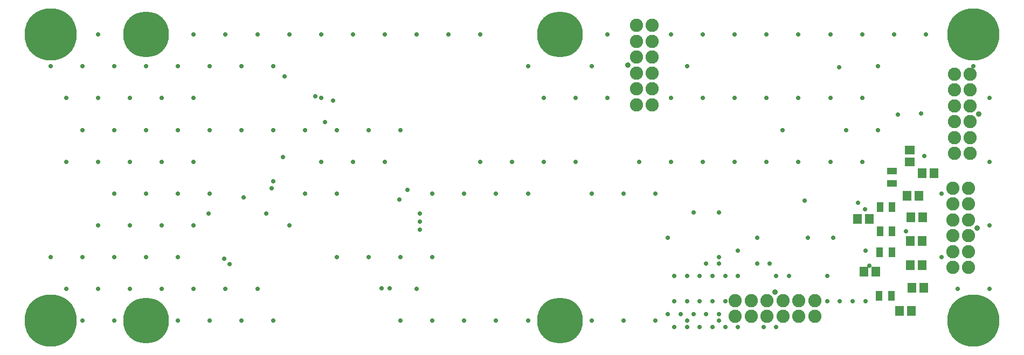
<source format=gbs>
G04*
G04 #@! TF.GenerationSoftware,Altium Limited,Altium Designer,24.0.1 (36)*
G04*
G04 Layer_Color=16711935*
%FSLAX44Y44*%
%MOMM*%
G71*
G04*
G04 #@! TF.SameCoordinates,0FB82E01-D644-434E-A1D8-1B95A2BBF3EB*
G04*
G04*
G04 #@! TF.FilePolarity,Negative*
G04*
G01*
G75*
%ADD23R,1.5032X1.1032*%
%ADD24R,1.1032X1.5032*%
%ADD28R,1.3532X1.5532*%
%ADD29R,1.5532X1.3532*%
%ADD32C,2.0782*%
%ADD33C,7.2032*%
%ADD34C,8.2032*%
%ADD35C,0.8782*%
%ADD36C,0.7032*%
%ADD37C,0.9032*%
D23*
X1371600Y266090D02*
D03*
Y285090D02*
D03*
D24*
X1351940Y88900D02*
D03*
X1370940D02*
D03*
X1353210Y228600D02*
D03*
X1372210D02*
D03*
X1352600Y157480D02*
D03*
X1371600D02*
D03*
X1353210Y190500D02*
D03*
X1372210D02*
D03*
D28*
X1317900Y209550D02*
D03*
X1336400D02*
D03*
X1401720Y212090D02*
D03*
X1420220D02*
D03*
X1400450Y175260D02*
D03*
X1418950D02*
D03*
X1413870Y246380D02*
D03*
X1395370D02*
D03*
X1328060Y127000D02*
D03*
X1346560D02*
D03*
X1400450Y137160D02*
D03*
X1418950D02*
D03*
X1402990Y101600D02*
D03*
X1421490D02*
D03*
X1383940Y64770D02*
D03*
X1402440D02*
D03*
X1419500Y281940D02*
D03*
X1438000D02*
D03*
D29*
X1399540Y317860D02*
D03*
Y299360D02*
D03*
D32*
X1175620Y56500D02*
D03*
X970280Y439420D02*
D03*
X1494790Y437820D02*
D03*
X1469790D02*
D03*
Y412820D02*
D03*
Y387820D02*
D03*
Y362820D02*
D03*
Y337820D02*
D03*
Y312820D02*
D03*
X1494790Y412820D02*
D03*
Y387820D02*
D03*
Y362820D02*
D03*
Y337820D02*
D03*
Y312820D02*
D03*
X1467250Y258280D02*
D03*
Y233280D02*
D03*
Y208280D02*
D03*
Y183280D02*
D03*
Y158280D02*
D03*
Y133280D02*
D03*
X1492250Y258280D02*
D03*
Y233280D02*
D03*
Y208280D02*
D03*
Y183280D02*
D03*
Y158280D02*
D03*
Y133280D02*
D03*
X1125620Y56500D02*
D03*
X1150620D02*
D03*
X1200620D02*
D03*
X1225620D02*
D03*
X1250620D02*
D03*
X1125620Y81500D02*
D03*
X1150620D02*
D03*
X1175620D02*
D03*
X1200620D02*
D03*
X1225620D02*
D03*
X1250620D02*
D03*
X995280Y389420D02*
D03*
Y414420D02*
D03*
Y439420D02*
D03*
Y464420D02*
D03*
Y489420D02*
D03*
Y514420D02*
D03*
X970280Y389420D02*
D03*
Y414420D02*
D03*
Y464420D02*
D03*
Y489420D02*
D03*
Y514420D02*
D03*
D33*
X200000Y500000D02*
D03*
X850000D02*
D03*
Y50000D02*
D03*
X200000D02*
D03*
D34*
X1500000Y500000D02*
D03*
X50000D02*
D03*
X1500000Y50000D02*
D03*
X50000D02*
D03*
D35*
X1508190Y375320D02*
D03*
X1505650Y195780D02*
D03*
X1188120Y94900D02*
D03*
X956880Y451920D02*
D03*
D36*
X1500000Y450000D02*
D03*
X1525000Y400000D02*
D03*
Y300000D02*
D03*
Y200000D02*
D03*
Y100000D02*
D03*
X1450000Y250000D02*
D03*
Y150000D02*
D03*
X1475000Y100000D02*
D03*
X1425000Y500000D02*
D03*
X1375000D02*
D03*
X1350000Y450000D02*
D03*
Y350000D02*
D03*
X1325000Y500000D02*
D03*
Y400000D02*
D03*
X1300000Y350000D02*
D03*
X1325000Y300000D02*
D03*
X1275000Y500000D02*
D03*
Y400000D02*
D03*
Y300000D02*
D03*
X1225000Y500000D02*
D03*
Y400000D02*
D03*
X1200000Y350000D02*
D03*
X1225000Y300000D02*
D03*
X1175000Y500000D02*
D03*
Y400000D02*
D03*
Y300000D02*
D03*
X1125000Y500000D02*
D03*
Y400000D02*
D03*
Y300000D02*
D03*
X1100000Y150000D02*
D03*
Y50000D02*
D03*
X1075000Y500000D02*
D03*
X1050000Y450000D02*
D03*
X1075000Y400000D02*
D03*
Y300000D02*
D03*
X1050000Y50000D02*
D03*
X1025000Y500000D02*
D03*
Y400000D02*
D03*
Y300000D02*
D03*
X1000000Y250000D02*
D03*
Y50000D02*
D03*
X975000Y300000D02*
D03*
X950000Y250000D02*
D03*
Y50000D02*
D03*
X925000Y500000D02*
D03*
X900000Y450000D02*
D03*
X925000Y400000D02*
D03*
X900000Y250000D02*
D03*
Y50000D02*
D03*
X875000Y400000D02*
D03*
Y300000D02*
D03*
X800000Y450000D02*
D03*
X825000Y400000D02*
D03*
Y300000D02*
D03*
X800000Y250000D02*
D03*
Y50000D02*
D03*
X775000Y300000D02*
D03*
X750000Y250000D02*
D03*
Y50000D02*
D03*
X725000Y500000D02*
D03*
Y300000D02*
D03*
X700000Y250000D02*
D03*
Y50000D02*
D03*
X675000Y500000D02*
D03*
X650000Y250000D02*
D03*
Y150000D02*
D03*
Y50000D02*
D03*
X625000Y500000D02*
D03*
X600000Y350000D02*
D03*
Y150000D02*
D03*
X625000Y100000D02*
D03*
X600000Y50000D02*
D03*
X575000Y500000D02*
D03*
X550000Y350000D02*
D03*
X575000Y300000D02*
D03*
X550000Y150000D02*
D03*
X525000Y500000D02*
D03*
X500000Y350000D02*
D03*
X525000Y300000D02*
D03*
X500000Y250000D02*
D03*
Y150000D02*
D03*
X475000Y500000D02*
D03*
Y400000D02*
D03*
X450000Y350000D02*
D03*
X475000Y300000D02*
D03*
X450000Y250000D02*
D03*
X425000Y500000D02*
D03*
X400000Y450000D02*
D03*
Y350000D02*
D03*
X425000Y200000D02*
D03*
X400000Y50000D02*
D03*
X375000Y500000D02*
D03*
X350000Y450000D02*
D03*
Y350000D02*
D03*
X375000Y100000D02*
D03*
X350000Y50000D02*
D03*
X325000Y500000D02*
D03*
X300000Y450000D02*
D03*
Y350000D02*
D03*
Y250000D02*
D03*
X325000Y100000D02*
D03*
X300000Y50000D02*
D03*
X275000Y500000D02*
D03*
X250000Y450000D02*
D03*
X275000Y400000D02*
D03*
X250000Y350000D02*
D03*
X275000Y300000D02*
D03*
X250000Y250000D02*
D03*
X275000Y200000D02*
D03*
X250000Y150000D02*
D03*
X275000Y100000D02*
D03*
X250000Y50000D02*
D03*
X200000Y450000D02*
D03*
X225000Y400000D02*
D03*
X200000Y350000D02*
D03*
X225000Y300000D02*
D03*
X200000Y250000D02*
D03*
X225000Y200000D02*
D03*
X200000Y150000D02*
D03*
X225000Y100000D02*
D03*
X150000Y450000D02*
D03*
X175000Y400000D02*
D03*
X150000Y350000D02*
D03*
X175000Y300000D02*
D03*
X150000Y250000D02*
D03*
X175000Y200000D02*
D03*
X150000Y150000D02*
D03*
X175000Y100000D02*
D03*
X150000Y50000D02*
D03*
X125000Y500000D02*
D03*
X100000Y450000D02*
D03*
X125000Y400000D02*
D03*
X100000Y350000D02*
D03*
X125000Y300000D02*
D03*
Y200000D02*
D03*
X100000Y150000D02*
D03*
X125000Y100000D02*
D03*
X100000Y50000D02*
D03*
X50000Y450000D02*
D03*
X75000Y400000D02*
D03*
Y300000D02*
D03*
X50000Y150000D02*
D03*
X75000Y100000D02*
D03*
X1234440Y238760D02*
D03*
X1318260Y234950D02*
D03*
X1422400Y308610D02*
D03*
X1417320Y375920D02*
D03*
X1330001Y160000D02*
D03*
Y80000D02*
D03*
X1310001D02*
D03*
X1280001Y180000D02*
D03*
X1290001Y80000D02*
D03*
X1270001Y120000D02*
D03*
Y80000D02*
D03*
X1240001Y180000D02*
D03*
X1210001Y120000D02*
D03*
X1180001Y140000D02*
D03*
X1190001Y120000D02*
D03*
Y40000D02*
D03*
X1160001Y180000D02*
D03*
Y140000D02*
D03*
X1170001Y40000D02*
D03*
X1130001Y160000D02*
D03*
Y120000D02*
D03*
Y40000D02*
D03*
X1100001Y220000D02*
D03*
Y140000D02*
D03*
X1110001Y120000D02*
D03*
Y80000D02*
D03*
X1100001Y60000D02*
D03*
X1110001Y40000D02*
D03*
X1080001Y140000D02*
D03*
X1090001Y120000D02*
D03*
Y80000D02*
D03*
X1080001Y60000D02*
D03*
X1090001Y40000D02*
D03*
X1060001Y220000D02*
D03*
X1070001Y120000D02*
D03*
Y80000D02*
D03*
X1060001Y60000D02*
D03*
X1070001Y40000D02*
D03*
X1050001Y120000D02*
D03*
Y80000D02*
D03*
X1040001Y60000D02*
D03*
X1050001Y40000D02*
D03*
X1020001Y180000D02*
D03*
X1030001Y120000D02*
D03*
Y80000D02*
D03*
X1020001Y60000D02*
D03*
X1030001Y40000D02*
D03*
X1329870Y224790D02*
D03*
X1336040Y135890D02*
D03*
X466090Y402590D02*
D03*
X1394180Y190220D02*
D03*
X1381400Y373740D02*
D03*
X1289050Y448670D02*
D03*
X417830Y434340D02*
D03*
X331470Y138430D02*
D03*
X298260Y218250D02*
D03*
X629920Y218440D02*
D03*
X388967Y218134D02*
D03*
X322580Y147320D02*
D03*
X629920Y205740D02*
D03*
Y193040D02*
D03*
X610870Y255270D02*
D03*
X598170Y240030D02*
D03*
X582930Y100330D02*
D03*
X569850Y100500D02*
D03*
X481330Y361950D02*
D03*
X494030Y396240D02*
D03*
X415290Y307340D02*
D03*
X397510Y257810D02*
D03*
X400050Y269240D02*
D03*
X353060Y243840D02*
D03*
D37*
X220000Y480000D02*
D03*
X172500Y500000D02*
D03*
X227500D02*
D03*
X180000Y520000D02*
D03*
X220000D02*
D03*
X200000Y527500D02*
D03*
Y472500D02*
D03*
X180000Y480000D02*
D03*
X850000Y472500D02*
D03*
X830000Y480000D02*
D03*
X870000D02*
D03*
X822500Y500000D02*
D03*
X877500D02*
D03*
X830000Y520000D02*
D03*
X870000D02*
D03*
X850000Y527500D02*
D03*
X822500Y50000D02*
D03*
X830000Y30000D02*
D03*
Y70000D02*
D03*
X850000Y77500D02*
D03*
Y22500D02*
D03*
X870000Y30000D02*
D03*
Y70000D02*
D03*
X877500Y50000D02*
D03*
X172500D02*
D03*
X200000Y22500D02*
D03*
X180000Y30000D02*
D03*
X220000D02*
D03*
X227500Y50000D02*
D03*
X180000Y70000D02*
D03*
X220000D02*
D03*
X200000Y77500D02*
D03*
X1480000Y520000D02*
D03*
X1472500Y500000D02*
D03*
X1500000Y472500D02*
D03*
X1480000Y480000D02*
D03*
X1520000D02*
D03*
X1527500Y500000D02*
D03*
X1520000Y520000D02*
D03*
X1500000Y527500D02*
D03*
X30000Y480000D02*
D03*
X22500Y500000D02*
D03*
X77500D02*
D03*
X30000Y520000D02*
D03*
X70000D02*
D03*
X50000Y527500D02*
D03*
Y472500D02*
D03*
X70000Y480000D02*
D03*
X1500000Y22500D02*
D03*
X1480000Y30000D02*
D03*
X1520000D02*
D03*
X1527500Y50000D02*
D03*
X1480000Y70000D02*
D03*
X1520000D02*
D03*
X1500000Y77500D02*
D03*
X1472500Y50000D02*
D03*
X30000Y30000D02*
D03*
X77500Y50000D02*
D03*
X70000Y30000D02*
D03*
X50000Y22500D02*
D03*
X22500Y50000D02*
D03*
X50000Y77500D02*
D03*
X30000Y70000D02*
D03*
X70000D02*
D03*
M02*

</source>
